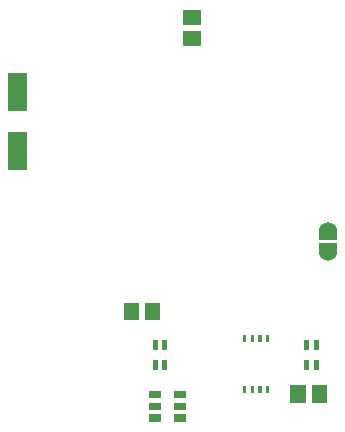
<source format=gbr>
G04 start of page 10 for group -4015 idx -4015 *
G04 Title: (unknown), toppaste *
G04 Creator: pcb 20140316 *
G04 CreationDate: Mon 17 Apr 2017 07:18:47 PM GMT UTC *
G04 For: ndholmes *
G04 Format: Gerber/RS-274X *
G04 PCB-Dimensions (mil): 2000.00 2800.00 *
G04 PCB-Coordinate-Origin: lower left *
%MOIN*%
%FSLAX25Y25*%
%LNTOPPASTE*%
%ADD90R,0.0630X0.0630*%
%ADD89R,0.0120X0.0120*%
%ADD88R,0.0512X0.0512*%
%ADD87R,0.0240X0.0240*%
%ADD86R,0.0167X0.0167*%
%ADD85R,0.0300X0.0300*%
%ADD84C,0.0600*%
G54D84*X178000Y185300D03*
G54D85*X176500Y183800D02*X179500D01*
G54D84*X178000Y178500D03*
G54D85*X176500Y180000D02*X179500D01*
G54D86*X123575Y148283D02*Y146413D01*
X120425Y148283D02*Y146413D01*
Y141587D02*Y139717D01*
X123575Y141587D02*Y139717D01*
G54D87*X119500Y130800D02*X121100D01*
X119500Y126900D02*X121100D01*
X119500Y123000D02*X121100D01*
X127700D02*X129300D01*
X127700Y126900D02*X129300D01*
X127700Y130800D02*X129300D01*
G54D88*X112457Y158893D02*Y158107D01*
X119543Y158893D02*Y158107D01*
X167914Y131393D02*Y130607D01*
X175000Y131393D02*Y130607D01*
G54D86*X174075Y148283D02*Y146413D01*
X170925Y148283D02*Y146413D01*
Y141587D02*Y139717D01*
X174075Y141587D02*Y139717D01*
G54D89*X157839Y150000D02*Y149000D01*
X155280Y150000D02*Y149000D01*
X152720Y150000D02*Y149000D01*
X150161Y150000D02*Y149000D01*
Y133000D02*Y132000D01*
X152720Y133000D02*Y132000D01*
X155280Y133000D02*Y132000D01*
X157839Y133000D02*Y132000D01*
G54D88*X132107Y249457D02*X132893D01*
X132107Y256543D02*X132893D01*
G54D90*X74500Y234835D02*Y228536D01*
Y215150D02*Y208851D01*
M02*

</source>
